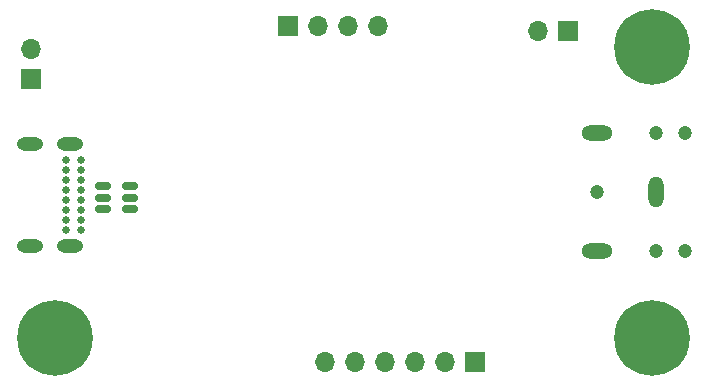
<source format=gbs>
G04 #@! TF.GenerationSoftware,KiCad,Pcbnew,(6.0.2-0)*
G04 #@! TF.CreationDate,2022-02-13T15:07:21-08:00*
G04 #@! TF.ProjectId,TimTime,54696d54-696d-4652-9e6b-696361645f70,rev?*
G04 #@! TF.SameCoordinates,Original*
G04 #@! TF.FileFunction,Soldermask,Bot*
G04 #@! TF.FilePolarity,Negative*
%FSLAX46Y46*%
G04 Gerber Fmt 4.6, Leading zero omitted, Abs format (unit mm)*
G04 Created by KiCad (PCBNEW (6.0.2-0)) date 2022-02-13 15:07:21*
%MOMM*%
%LPD*%
G01*
G04 APERTURE LIST*
G04 Aperture macros list*
%AMRoundRect*
0 Rectangle with rounded corners*
0 $1 Rounding radius*
0 $2 $3 $4 $5 $6 $7 $8 $9 X,Y pos of 4 corners*
0 Add a 4 corners polygon primitive as box body*
4,1,4,$2,$3,$4,$5,$6,$7,$8,$9,$2,$3,0*
0 Add four circle primitives for the rounded corners*
1,1,$1+$1,$2,$3*
1,1,$1+$1,$4,$5*
1,1,$1+$1,$6,$7*
1,1,$1+$1,$8,$9*
0 Add four rect primitives between the rounded corners*
20,1,$1+$1,$2,$3,$4,$5,0*
20,1,$1+$1,$4,$5,$6,$7,0*
20,1,$1+$1,$6,$7,$8,$9,0*
20,1,$1+$1,$8,$9,$2,$3,0*%
G04 Aperture macros list end*
%ADD10RoundRect,0.150000X-0.512500X-0.150000X0.512500X-0.150000X0.512500X0.150000X-0.512500X0.150000X0*%
%ADD11C,1.200000*%
%ADD12O,2.616000X1.308000*%
%ADD13O,1.308000X2.616000*%
%ADD14C,0.650000*%
%ADD15O,2.216000X1.108000*%
%ADD16R,1.700000X1.700000*%
%ADD17O,1.700000X1.700000*%
%ADD18C,0.800000*%
%ADD19C,6.400000*%
G04 APERTURE END LIST*
D10*
G04 #@! TO.C,U3*
X118262400Y-106664800D03*
X118262400Y-105714800D03*
X118262400Y-104764800D03*
X120537400Y-104764800D03*
X120537400Y-105714800D03*
X120537400Y-106664800D03*
G04 #@! TD*
D11*
G04 #@! TO.C,J2*
X165049200Y-110203000D03*
X167549200Y-110203000D03*
X160049200Y-105203000D03*
X165049200Y-100203000D03*
X167549200Y-100203000D03*
D12*
X160049200Y-100203000D03*
X160049200Y-110203000D03*
D13*
X165049200Y-105203000D03*
G04 #@! TD*
D14*
G04 #@! TO.C,J1*
X116412000Y-108458000D03*
X116412000Y-107608000D03*
X116412000Y-106758000D03*
X116412000Y-105908000D03*
X116412000Y-105058000D03*
X116412000Y-104208000D03*
X116412000Y-103358000D03*
X116412000Y-102508000D03*
X115062000Y-102508000D03*
X115062000Y-103358000D03*
X115062000Y-104208000D03*
X115062000Y-105058000D03*
X115062000Y-105908000D03*
X115062000Y-106758000D03*
X115062000Y-107608000D03*
X115062000Y-108458000D03*
D15*
X115432000Y-109808000D03*
X115432000Y-101158000D03*
X112052000Y-101158000D03*
X112052000Y-109808000D03*
G04 #@! TD*
D16*
G04 #@! TO.C,J3*
X133858000Y-91186000D03*
D17*
X136398000Y-91186000D03*
X138938000Y-91186000D03*
X141478000Y-91186000D03*
G04 #@! TD*
D16*
G04 #@! TO.C,J4*
X149733000Y-119634000D03*
D17*
X147193000Y-119634000D03*
X144653000Y-119634000D03*
X142113000Y-119634000D03*
X139573000Y-119634000D03*
X137033000Y-119634000D03*
G04 #@! TD*
G04 #@! TO.C,J5*
X112166400Y-93116400D03*
D16*
X112166400Y-95656400D03*
G04 #@! TD*
D17*
G04 #@! TO.C,J6*
X155067000Y-91567000D03*
D16*
X157607000Y-91567000D03*
G04 #@! TD*
D18*
G04 #@! TO.C,H2*
X166416056Y-91266944D03*
X164719000Y-90564000D03*
X163021944Y-91266944D03*
X162319000Y-92964000D03*
X163021944Y-94661056D03*
X164719000Y-95364000D03*
X166416056Y-94661056D03*
X167119000Y-92964000D03*
D19*
X164719000Y-92964000D03*
G04 #@! TD*
G04 #@! TO.C,H3*
X164719000Y-117602000D03*
D18*
X167119000Y-117602000D03*
X166416056Y-119299056D03*
X164719000Y-120002000D03*
X163021944Y-119299056D03*
X162319000Y-117602000D03*
X163021944Y-115904944D03*
X164719000Y-115202000D03*
X166416056Y-115904944D03*
G04 #@! TD*
G04 #@! TO.C,H4*
X115870056Y-115904944D03*
X114173000Y-115202000D03*
X112475944Y-115904944D03*
X111773000Y-117602000D03*
X112475944Y-119299056D03*
X114173000Y-120002000D03*
X115870056Y-119299056D03*
X116573000Y-117602000D03*
D19*
X114173000Y-117602000D03*
G04 #@! TD*
M02*

</source>
